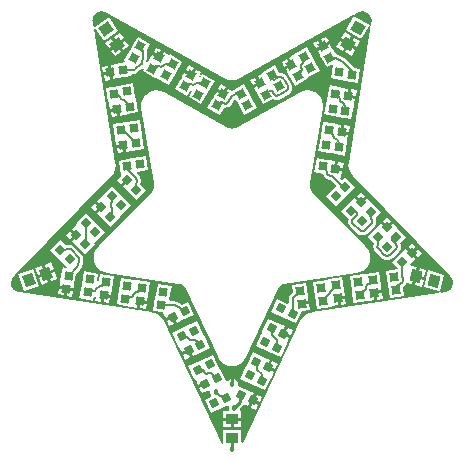
<source format=gtl>
G04*
G04 #@! TF.GenerationSoftware,Altium Limited,Altium Designer,22.10.1 (41)*
G04*
G04 Layer_Physical_Order=1*
G04 Layer_Color=255*
%FSLAX25Y25*%
%MOIN*%
G70*
G04*
G04 #@! TF.SameCoordinates,0AD24C9F-CA8A-4173-ACEB-545809BFA2C4*
G04*
G04*
G04 #@! TF.FilePolarity,Positive*
G04*
G01*
G75*
%ADD13C,0.01000*%
%ADD15P,0.03897X4X340.0*%
G04:AMPARAMS|DCode=16|XSize=39.37mil|YSize=35.43mil|CornerRadius=0mil|HoleSize=0mil|Usage=FLASHONLY|Rotation=290.000|XOffset=0mil|YOffset=0mil|HoleType=Round|Shape=Rectangle|*
%AMROTATEDRECTD16*
4,1,4,-0.02338,0.01244,0.00991,0.02456,0.02338,-0.01244,-0.00991,-0.02456,-0.02338,0.01244,0.0*
%
%ADD16ROTATEDRECTD16*%

%ADD17R,0.03937X0.03543*%
G04:AMPARAMS|DCode=18|XSize=39.37mil|YSize=35.43mil|CornerRadius=0mil|HoleSize=0mil|Usage=FLASHONLY|Rotation=75.000|XOffset=0mil|YOffset=0mil|HoleType=Round|Shape=Rectangle|*
%AMROTATEDRECTD18*
4,1,4,0.01202,-0.02360,-0.02221,-0.01443,-0.01202,0.02360,0.02221,0.01443,0.01202,-0.02360,0.0*
%
%ADD18ROTATEDRECTD18*%

G04:AMPARAMS|DCode=19|XSize=39.37mil|YSize=35.43mil|CornerRadius=0mil|HoleSize=0mil|Usage=FLASHONLY|Rotation=150.000|XOffset=0mil|YOffset=0mil|HoleType=Round|Shape=Rectangle|*
%AMROTATEDRECTD19*
4,1,4,0.02591,0.00550,0.00819,-0.02519,-0.02591,-0.00550,-0.00819,0.02519,0.02591,0.00550,0.0*
%
%ADD19ROTATEDRECTD19*%

G04:AMPARAMS|DCode=20|XSize=39.37mil|YSize=35.43mil|CornerRadius=0mil|HoleSize=0mil|Usage=FLASHONLY|Rotation=215.000|XOffset=0mil|YOffset=0mil|HoleType=Round|Shape=Rectangle|*
%AMROTATEDRECTD20*
4,1,4,0.00596,0.02580,0.02629,-0.00322,-0.00596,-0.02580,-0.02629,0.00322,0.00596,0.02580,0.0*
%
%ADD20ROTATEDRECTD20*%

%ADD21P,0.03897X4X110.0*%
%ADD22P,0.03897X4X53.0*%
%ADD23P,0.03897X4X180.0*%
%ADD24P,0.03897X4X125.0*%
%ADD25P,0.03897X4X254.0*%
%ADD26P,0.03897X4X195.0*%
%ADD27P,0.03897X4X325.0*%
%ADD28P,0.03897X4X270.0*%
%ADD29P,0.03897X4X395.0*%
%ADD45C,0.00600*%
%ADD46C,0.01800*%
G36*
X206246Y151097D02*
X206484Y151066D01*
X206710Y151034D01*
X206965Y150966D01*
X207194Y150900D01*
X207353Y150834D01*
X207411Y150810D01*
X207785Y150609D01*
X207828Y150586D01*
X207842Y150577D01*
X208051Y150417D01*
X208340Y150165D01*
X208580Y149882D01*
X208582Y149880D01*
X208760Y149626D01*
X208950Y149266D01*
X208974Y149207D01*
X209118Y148800D01*
X209176Y148444D01*
X209180Y148409D01*
X209186Y148326D01*
X209192Y148203D01*
X209195Y148088D01*
X209193Y147974D01*
X209193Y147930D01*
X209185Y147796D01*
X209172Y147655D01*
X209164Y147591D01*
X209163Y147583D01*
X209110Y147085D01*
X201550Y100638D01*
X201554Y100523D01*
X201456Y99784D01*
X201638Y98404D01*
X202171Y97118D01*
X202974Y96072D01*
X202984Y96082D01*
X202985Y96082D01*
X235189Y63006D01*
X235320Y62864D01*
X235428Y62741D01*
X235526Y62626D01*
X235632Y62498D01*
X235708Y62401D01*
X235722Y62383D01*
X235808Y62257D01*
X235847Y62199D01*
X235943Y62040D01*
X236055Y61830D01*
X236123Y61675D01*
X236253Y61362D01*
X236319Y60862D01*
X236323Y60623D01*
X236325Y60390D01*
X236297Y60143D01*
X236281Y60026D01*
X236157Y59556D01*
X236082Y59374D01*
X235875Y58940D01*
X235875Y58939D01*
X235721Y58739D01*
X235559Y58535D01*
X235233Y58219D01*
X235161Y58164D01*
X234923Y57994D01*
X234551Y57797D01*
X234536Y57790D01*
X234464Y57761D01*
X234324Y57711D01*
X234164Y57661D01*
X234048Y57630D01*
X233846Y57581D01*
X233795Y57572D01*
X233795Y57572D01*
X233305Y57469D01*
X232317Y57318D01*
X232039Y57717D01*
X232039Y57717D01*
X232007Y57808D01*
X232007Y57808D01*
X233488Y63335D01*
X228133Y64770D01*
X226597Y59035D01*
X231539Y57710D01*
X231553Y57707D01*
X231549Y57646D01*
X231549Y57646D01*
X231549Y57645D01*
D01*
X231474Y57189D01*
X189207Y50718D01*
X189118Y50686D01*
X188633Y50622D01*
X187350Y50090D01*
X186249Y49245D01*
X185403Y48143D01*
X185254Y47783D01*
X185214Y47728D01*
X166257Y7254D01*
X165769Y7363D01*
Y11622D01*
X159832D01*
Y6860D01*
X159332Y6749D01*
X140138Y47728D01*
X140097Y47783D01*
X139948Y48143D01*
X139103Y49245D01*
X138001Y50090D01*
X136718Y50622D01*
X136233Y50686D01*
X136144Y50718D01*
X91942Y57485D01*
X91592Y57557D01*
X91593Y57567D01*
X91580Y57570D01*
X91407Y57604D01*
X91282Y57636D01*
X91229Y57650D01*
X91125Y57680D01*
X90962Y57734D01*
X90876Y57766D01*
X90707Y57843D01*
X90339Y58049D01*
X89969Y58333D01*
X89790Y58546D01*
X89658Y58703D01*
X89613Y58761D01*
X89433Y59044D01*
X89289Y59327D01*
X89169Y59617D01*
X89103Y59776D01*
X89050Y60177D01*
X89022Y60476D01*
X89037Y60893D01*
X89073Y61163D01*
X89073Y61163D01*
X89073Y61163D01*
X89208Y61627D01*
X89223Y61663D01*
X89288Y61811D01*
X89447Y62114D01*
X89625Y62377D01*
X89640Y62397D01*
X89711Y62487D01*
X89816Y62616D01*
X89920Y62737D01*
X90015Y62845D01*
X90113Y62952D01*
X90205Y63049D01*
X122367Y96082D01*
X122367Y96082D01*
X122378Y96072D01*
X123181Y97118D01*
X123713Y98404D01*
X123895Y99784D01*
X123798Y100523D01*
X123802Y100638D01*
X116549Y145195D01*
X117024Y145388D01*
X119952Y141207D01*
X124815Y144612D01*
X121635Y149153D01*
X116946Y145869D01*
X116411Y146041D01*
X116235Y147123D01*
X116191Y147549D01*
X116193Y147551D01*
X116191Y147559D01*
X116183Y147626D01*
X116173Y147716D01*
X116163Y147857D01*
X116161Y147882D01*
X116156Y148013D01*
X116157Y148080D01*
X116158Y148183D01*
X116166Y148352D01*
X116182Y148503D01*
X116227Y148845D01*
X116360Y149167D01*
X116477Y149425D01*
X116700Y149789D01*
X116770Y149880D01*
X116913Y150051D01*
X117200Y150340D01*
X117457Y150537D01*
X117664Y150696D01*
X117835Y150767D01*
X118046Y150854D01*
X118114Y150879D01*
X118358Y150963D01*
X118606Y151020D01*
X118749Y151049D01*
X119213Y151102D01*
X119525Y151061D01*
X119694Y151032D01*
X119897Y150986D01*
X120076Y150935D01*
X120216Y150887D01*
X120257Y150872D01*
X120336Y150841D01*
X120381Y150823D01*
X120522Y150760D01*
X120661Y150695D01*
X120789Y150633D01*
X120906Y150574D01*
X121056Y150496D01*
X160113Y128859D01*
X160107Y128849D01*
X161301Y128354D01*
X162676Y128173D01*
X164050Y128354D01*
X165244Y128849D01*
Y128849D01*
X165249Y128866D01*
X202950Y149750D01*
X203313Y149380D01*
X203159Y149112D01*
X200618Y144712D01*
X205760Y141743D01*
X208531Y146544D01*
X203777Y149289D01*
X203469Y149466D01*
X203367Y149981D01*
X204261Y150477D01*
X204381Y150540D01*
X204500Y150602D01*
X204627Y150665D01*
X204761Y150729D01*
X204903Y150793D01*
X205021Y150844D01*
X205134Y150890D01*
X205332Y150951D01*
X205381Y150966D01*
X205570Y151014D01*
X205779Y151054D01*
X206173Y151106D01*
X206246Y151097D01*
D02*
G37*
%LPC*%
G36*
X200240Y144057D02*
X199104Y142090D01*
X201242Y140855D01*
X202378Y142823D01*
X200240Y144057D01*
D02*
G37*
G36*
X125248Y143993D02*
X123226Y142577D01*
X124529Y140716D01*
X126551Y142132D01*
X125248Y143993D01*
D02*
G37*
G36*
X193954Y142678D02*
X192311Y141768D01*
X193222Y140125D01*
X194864Y141036D01*
X193954Y142678D01*
D02*
G37*
G36*
X203244Y142323D02*
X202108Y140355D01*
X204246Y139121D01*
X205382Y141088D01*
X203244Y142323D01*
D02*
G37*
G36*
X191437Y141283D02*
X189794Y140373D01*
X190705Y138730D01*
X192347Y139640D01*
X191437Y141283D01*
D02*
G37*
G36*
X122407Y142004D02*
X120385Y140588D01*
X121688Y138727D01*
X123710Y140143D01*
X122407Y142004D01*
D02*
G37*
G36*
X127125Y141313D02*
X125103Y139897D01*
X126406Y138036D01*
X128428Y139452D01*
X127125Y141313D01*
D02*
G37*
G36*
X198604Y141224D02*
X197469Y139256D01*
X199606Y138022D01*
X200742Y139989D01*
X198604Y141224D01*
D02*
G37*
G36*
X187653Y139185D02*
X183493Y136880D01*
Y136880D01*
X183151Y136466D01*
X181711Y135668D01*
X182864Y133588D01*
X182427Y133346D01*
X182669Y132908D01*
X180590Y131755D01*
X181500Y130113D01*
X181500Y130113D01*
X183600Y126325D01*
X187759Y128631D01*
Y128631D01*
X188101Y129045D01*
X192058Y131238D01*
X189752Y135398D01*
X189752Y135398D01*
X187653Y139185D01*
D02*
G37*
G36*
X137459Y139011D02*
X136520Y137385D01*
X138146Y136446D01*
X139085Y138072D01*
X137459Y139011D01*
D02*
G37*
G36*
X201608Y139489D02*
X200472Y137522D01*
X202610Y136288D01*
X203746Y138255D01*
X201608Y139489D01*
D02*
G37*
G36*
X124284Y139324D02*
X122262Y137908D01*
X123565Y136047D01*
X125587Y137463D01*
X124284Y139324D01*
D02*
G37*
G36*
X131219Y142613D02*
X130212Y140870D01*
X130096Y140702D01*
X130084Y140647D01*
X128841Y138495D01*
X128841Y138495D01*
X126676Y134744D01*
X127065Y134520D01*
X126978Y134027D01*
X125829Y133825D01*
X125339Y133922D01*
X124832Y133821D01*
X124557Y133637D01*
X124085Y133517D01*
X124085Y133517D01*
X124085Y133517D01*
X122236Y133191D01*
X122649Y130849D01*
X123062Y128507D01*
X124492Y128760D01*
Y128760D01*
X129176Y129585D01*
X129122Y129892D01*
X129443Y130274D01*
X130118D01*
X130299Y130311D01*
X130484Y130326D01*
X130551Y130361D01*
X130625Y130375D01*
X130779Y130478D01*
X130943Y130563D01*
X131107Y130693D01*
X131107Y130693D01*
X132905Y132124D01*
X133291Y131792D01*
X132915Y131142D01*
X137034Y128764D01*
X137034Y128764D01*
X137476Y128844D01*
X141595Y126466D01*
X143973Y130585D01*
X143973Y130585D01*
X146138Y134335D01*
X142019Y136714D01*
X142019Y136714D01*
X141577Y136633D01*
X139951Y137572D01*
X138762Y135513D01*
X138329Y135763D01*
X138079Y135330D01*
X136020Y136519D01*
X135081Y134892D01*
X135081Y134892D01*
X134500Y133886D01*
X134029Y134071D01*
X134364Y135524D01*
X134368Y135652D01*
X134395Y135857D01*
X134429Y136119D01*
X134510Y136281D01*
X134486Y136337D01*
X134425Y136394D01*
Y136926D01*
X134441D01*
X134278Y138166D01*
X134221Y138302D01*
X135338Y140235D01*
X131219Y142613D01*
D02*
G37*
G36*
X180837Y135183D02*
X179194Y134273D01*
X180105Y132630D01*
X181747Y133540D01*
X180837Y135183D01*
D02*
G37*
G36*
X121251Y133017D02*
X119402Y132691D01*
X119728Y130842D01*
X121577Y131168D01*
X121251Y133017D01*
D02*
G37*
G36*
X148259Y133111D02*
X147320Y131485D01*
X148946Y130546D01*
X149885Y132172D01*
X148259Y133111D01*
D02*
G37*
G36*
X150751Y131672D02*
X149562Y129613D01*
X149129Y129863D01*
X148879Y129430D01*
X146820Y130619D01*
X146114Y129396D01*
X145881Y128992D01*
X145648Y128589D01*
X143715Y125242D01*
X147834Y122864D01*
X149002Y124888D01*
X149009Y124887D01*
X149293Y124378D01*
X148176Y122444D01*
X152295Y120066D01*
X154673Y124185D01*
X154673Y124185D01*
X156838Y127936D01*
X152719Y130314D01*
X151856Y128818D01*
X151849D01*
X151560Y129318D01*
X152377Y130733D01*
X150751Y131672D01*
D02*
G37*
G36*
X121751Y130183D02*
X119901Y129857D01*
X120227Y128008D01*
X122077Y128334D01*
X121751Y130183D01*
D02*
G37*
G36*
X195349Y140161D02*
X193269Y139008D01*
X191190Y137856D01*
X191875Y136620D01*
X192100Y136213D01*
X192325Y135806D01*
X194200Y132425D01*
X195947Y133394D01*
X196398Y133072D01*
X195652Y128845D01*
X200336Y128019D01*
Y128019D01*
X204601Y127267D01*
X205427Y131951D01*
X203469Y132296D01*
X201720Y134045D01*
X201379Y134411D01*
X201379Y134411D01*
X200039Y135510D01*
X198510Y136327D01*
X197265Y136705D01*
X196279Y138484D01*
X196054Y138891D01*
X195828Y139297D01*
X195349Y140161D01*
D02*
G37*
G36*
X170337Y128983D02*
X168694Y128073D01*
X169605Y126430D01*
X171247Y127340D01*
X170337Y128983D01*
D02*
G37*
G36*
X187899Y124797D02*
X187413Y124733D01*
X187154Y124699D01*
X187144Y124701D01*
X186925Y124669D01*
X186925Y124669D01*
X186610Y124627D01*
X186579Y124615D01*
X186579Y124615D01*
X186385Y124541D01*
X186203Y124475D01*
X186152Y124455D01*
X186089Y124434D01*
X185987Y124393D01*
X185984Y124391D01*
X185980Y124390D01*
X185888Y124351D01*
X185887Y124350D01*
X185887Y124350D01*
X185819Y124318D01*
X185800Y124310D01*
X185800Y124310D01*
X185446Y124145D01*
X185019Y123896D01*
X164038Y112297D01*
X164033Y112307D01*
X163403Y112046D01*
X162676Y111951D01*
X161948Y112046D01*
X161319Y112307D01*
X161314Y112297D01*
X139947Y124109D01*
X139910Y124129D01*
X139905Y124146D01*
X139560Y124306D01*
X139522Y124323D01*
X139473Y124346D01*
X139462Y124351D01*
X139389Y124382D01*
X139377Y124388D01*
X139361Y124393D01*
X139271Y124430D01*
X139211Y124451D01*
X139157Y124472D01*
X138866Y124579D01*
X138791Y124607D01*
X138791Y124607D01*
X138742Y124627D01*
X138730Y124629D01*
X138730Y124629D01*
X138622Y124643D01*
X137453Y124797D01*
X137429Y124794D01*
X137078Y124750D01*
X137052Y124755D01*
X137006Y124746D01*
X136804Y124716D01*
X136729Y124707D01*
X136728Y124707D01*
X136520Y124674D01*
X136157Y124626D01*
X136157Y124626D01*
X136138Y124618D01*
X136137Y124618D01*
X135715Y124462D01*
X135663Y124427D01*
X135321Y124280D01*
X134918Y124113D01*
X134205Y123566D01*
X133845Y123290D01*
X133838Y123281D01*
X133820Y123258D01*
X133603Y122990D01*
X133598Y122983D01*
X133594Y122977D01*
X133470Y122810D01*
X133413Y122739D01*
X133354Y122655D01*
X133064Y122272D01*
X133064D01*
X133036Y122232D01*
X133011Y122173D01*
X133011Y122173D01*
X132869Y121829D01*
X132539Y121034D01*
X132489Y120656D01*
X132463Y120463D01*
X132462Y120459D01*
X132462Y120458D01*
X132431Y120300D01*
X132431Y120300D01*
X132416Y120152D01*
X132405Y120075D01*
X132405Y120074D01*
X132404Y120069D01*
X132374Y119784D01*
X132368Y119741D01*
X132368Y119737D01*
X132369Y119726D01*
X132382Y119624D01*
X132410Y119335D01*
X132413Y119320D01*
X132420Y119249D01*
X132425Y119217D01*
X132431Y119162D01*
X132462Y119007D01*
X132459Y118894D01*
X136562Y93740D01*
X136616Y93242D01*
X136616Y93242D01*
X136670Y92754D01*
X136579Y92065D01*
X136298Y91387D01*
X135873Y90833D01*
X135879Y90827D01*
X118206Y72713D01*
X118022Y72525D01*
X118000Y72525D01*
X117775Y72248D01*
X117769Y72238D01*
X117706Y72161D01*
X117680Y72122D01*
X117634Y72065D01*
X117498Y71876D01*
X117384Y71724D01*
X117301Y71613D01*
X117300Y71613D01*
X117222Y71511D01*
X117216Y71502D01*
X117163Y71374D01*
X117118Y71267D01*
X117116Y71262D01*
X116737Y70346D01*
X116737Y70346D01*
X116737D01*
X116718Y70301D01*
X116709Y70226D01*
X116709Y70226D01*
X116644Y69739D01*
X116612Y69576D01*
X116612Y69576D01*
X116594Y69374D01*
X116577Y69250D01*
X116577Y69250D01*
X116577Y69250D01*
X116575Y69211D01*
X116547Y69001D01*
X116559Y68914D01*
X116559Y68912D01*
X116591Y68582D01*
X116614Y68465D01*
X116623Y68422D01*
X116722Y67671D01*
X116970Y67073D01*
X116970Y67073D01*
X116990Y66968D01*
X116996Y66960D01*
X117002Y66950D01*
X117209Y66495D01*
X117238Y66424D01*
X117291Y66356D01*
X117554Y66013D01*
X117565Y65999D01*
X117629Y65904D01*
X117663Y65854D01*
X117663Y65854D01*
X117760Y65738D01*
X117860Y65605D01*
X117860Y65605D01*
X117927Y65527D01*
X118046Y65373D01*
X118089Y65340D01*
X118089Y65340D01*
X118140Y65301D01*
X119046Y64606D01*
X119046Y64606D01*
X119077Y64582D01*
X119263Y64500D01*
X119499Y64396D01*
X119535Y64372D01*
X119664Y64319D01*
X119732Y64288D01*
X119732Y64288D01*
X119825Y64255D01*
X119885Y64231D01*
X120253Y64094D01*
X120295Y64077D01*
X120303Y64076D01*
X120390Y64064D01*
X120394Y64063D01*
X120868Y63980D01*
X121133Y63940D01*
X144732Y60334D01*
X145218Y60232D01*
D01*
X145692Y60122D01*
X146202Y59911D01*
X146785Y59464D01*
X147231Y58882D01*
X147322Y58662D01*
X147346Y58672D01*
X157966Y36046D01*
X158067Y35831D01*
X158125Y35706D01*
X158269Y35392D01*
X158270Y35392D01*
X158272Y35387D01*
X158285Y35356D01*
X158291Y35349D01*
X158337Y35288D01*
X158415Y35187D01*
X158420Y35181D01*
X158420Y35181D01*
X158431Y35166D01*
X158575Y34973D01*
X158711Y34785D01*
X158711Y34784D01*
X158735Y34756D01*
X158800Y34667D01*
X158801Y34665D01*
X158874Y34590D01*
X158875Y34588D01*
X158919Y34522D01*
X158932Y34513D01*
X159092Y34305D01*
X159958Y33641D01*
X159958Y33641D01*
X159958Y33641D01*
X160120Y33516D01*
X160260Y33459D01*
X160260Y33459D01*
X160430Y33380D01*
X160446Y33370D01*
X160546Y33324D01*
X160709Y33250D01*
X160714Y33247D01*
X160720Y33245D01*
X160981Y33147D01*
X160981Y33147D01*
X161120Y33102D01*
X161338Y33012D01*
X161342Y33011D01*
X161436Y32999D01*
X161534Y32986D01*
X162676Y32836D01*
X163221Y32907D01*
X163256Y32900D01*
X163415Y32932D01*
X163905Y32997D01*
X163916Y32999D01*
X164009Y33011D01*
X164013Y33012D01*
X164230Y33102D01*
X164370Y33147D01*
X164370Y33147D01*
X164371Y33147D01*
X164543Y33212D01*
X164632Y33245D01*
X164632Y33245D01*
X164637Y33247D01*
X164643Y33250D01*
X164913Y33374D01*
X164990Y33416D01*
X165232Y33517D01*
X166233Y34286D01*
X166234Y34286D01*
X166259Y34305D01*
X166272Y34323D01*
X166358Y34434D01*
X166420Y34508D01*
X166421Y34509D01*
X166422Y34511D01*
X166539Y34650D01*
X166539Y34651D01*
X166600Y34734D01*
X166629Y34769D01*
X166629Y34769D01*
X166827Y35045D01*
X166999Y35269D01*
X166999Y35269D01*
X167066Y35356D01*
X167067Y35357D01*
X167067Y35357D01*
X167071Y35368D01*
X167072Y35369D01*
X167187Y35620D01*
X167187Y35620D01*
X167229Y35710D01*
X167274Y35808D01*
X167374Y36022D01*
X178006Y58672D01*
X178029Y58662D01*
X178120Y58882D01*
X178567Y59464D01*
X179149Y59911D01*
X179827Y60191D01*
X180133Y60232D01*
X180129Y60259D01*
X180129Y60259D01*
X204100Y63922D01*
X204483Y63980D01*
X204943Y64061D01*
X205025Y64072D01*
X205057Y64077D01*
X205086Y64089D01*
X205454Y64227D01*
X205458Y64228D01*
X205506Y64247D01*
X205610Y64284D01*
X205611Y64284D01*
X205686Y64319D01*
X205808Y64368D01*
X205842Y64391D01*
X206274Y64582D01*
X206756Y64952D01*
X206785Y64971D01*
X206785Y64971D01*
X206908Y65053D01*
X206908Y65053D01*
X207271Y65347D01*
X207306Y65373D01*
X207417Y65518D01*
X207491Y65605D01*
X207500Y65618D01*
X207584Y65730D01*
X207688Y65854D01*
X207689Y65856D01*
X207786Y65999D01*
X208060Y66356D01*
X208061Y66356D01*
X208061Y66356D01*
X208113Y66424D01*
X208266Y66795D01*
X208266Y66795D01*
X208269Y66801D01*
X208629Y67671D01*
X208648Y67812D01*
X208689Y68126D01*
X208728Y68422D01*
X208760Y68582D01*
X208792Y68910D01*
X208798Y68957D01*
X208804Y69001D01*
X208777Y69211D01*
X208774Y69250D01*
X208774Y69250D01*
X208772Y69262D01*
X208758Y69368D01*
X208741Y69561D01*
X208739Y69585D01*
X208723Y69661D01*
X208706Y69749D01*
X208641Y70238D01*
X208633Y70300D01*
X208425Y70802D01*
X208404Y70910D01*
X208403Y70910D01*
X208403Y70910D01*
X208340Y71044D01*
X208193Y71363D01*
X208135Y71503D01*
X208128Y71512D01*
X208056Y71606D01*
X208026Y71645D01*
X207866Y71859D01*
X207723Y72057D01*
X207679Y72112D01*
X207655Y72148D01*
X207651Y72153D01*
X207590Y72230D01*
X207582Y72241D01*
X207352Y72524D01*
X206996Y72867D01*
X189478Y90820D01*
X189479Y90833D01*
X189479Y90833D01*
X189479Y90833D01*
X189053Y91387D01*
X188772Y92065D01*
X188681Y92754D01*
X188735Y93242D01*
Y93242D01*
X188789Y93740D01*
X192892Y118894D01*
X192889Y119000D01*
X192919Y119152D01*
X192925Y119213D01*
X192931Y119239D01*
X192938Y119314D01*
X192940Y119326D01*
X192967Y119612D01*
X192983Y119731D01*
X192983Y119736D01*
X192979Y119772D01*
X192948Y120065D01*
X192925Y120179D01*
X192813Y121033D01*
X192647Y121434D01*
X192513Y121756D01*
X192497Y121835D01*
X192497Y121835D01*
X192390Y122058D01*
X192338Y122179D01*
X192315Y122235D01*
X192310Y122241D01*
X192288Y122270D01*
X192287Y122271D01*
X192217Y122362D01*
X192039Y122597D01*
X191939Y122739D01*
X191814Y122892D01*
X191754Y122983D01*
X191733Y122997D01*
X191512Y123282D01*
X191505Y123291D01*
X190433Y124114D01*
X190014Y124296D01*
X189974Y124323D01*
X189811Y124385D01*
X189636Y124462D01*
X189214Y124618D01*
X189214Y124618D01*
X189194Y124626D01*
X189109Y124637D01*
X188837Y124673D01*
X188832Y124674D01*
X188623Y124707D01*
X188607Y124704D01*
X188348Y124738D01*
X187899Y124797D01*
D02*
G37*
G36*
X166552Y126885D02*
X162524Y124653D01*
X161451Y125272D01*
X160262Y123213D01*
X159829Y123463D01*
X159579Y123030D01*
X157520Y124219D01*
X156831Y123025D01*
X156581Y122592D01*
X156331Y122159D01*
X154415Y118842D01*
X158534Y116464D01*
X159999Y119002D01*
X160333Y118958D01*
X161012Y119047D01*
X161645Y119309D01*
X162188Y119726D01*
X162580Y120238D01*
X162608Y120269D01*
X163426Y121685D01*
X164000Y121680D01*
X164699Y120420D01*
X164699Y120420D01*
X166798Y116632D01*
X170958Y118938D01*
X168652Y123098D01*
X168652Y123098D01*
X166552Y126885D01*
D02*
G37*
G36*
X158959Y126711D02*
X158020Y125085D01*
X159646Y124146D01*
X160585Y125772D01*
X158959Y126711D01*
D02*
G37*
G36*
X202326Y125182D02*
X202000Y123332D01*
X203850Y123006D01*
X204176Y124856D01*
X202326Y125182D01*
D02*
G37*
G36*
X177052Y133085D02*
X173010Y130844D01*
X172893Y130780D01*
Y130780D01*
X172854Y130378D01*
X171211Y129468D01*
X172364Y127388D01*
X171927Y127146D01*
X172169Y126708D01*
X170090Y125556D01*
X171000Y123913D01*
X171000Y123913D01*
X173100Y120125D01*
X176361Y121933D01*
X176377Y121921D01*
X177009Y121659D01*
X177688Y121569D01*
X178367Y121659D01*
X178866Y121865D01*
X178962Y121896D01*
X181366Y123229D01*
X181368Y123230D01*
X181369Y123230D01*
X181370Y123231D01*
X181391Y123249D01*
X181410Y123257D01*
X181953Y123673D01*
X182369Y124217D01*
X182632Y124849D01*
X182721Y125528D01*
X182632Y126207D01*
X182421Y126714D01*
X182392Y126805D01*
X181062Y129205D01*
X181042Y129228D01*
X181033Y129249D01*
X180617Y129793D01*
X180073Y130209D01*
X179441Y130471D01*
X178762Y130561D01*
X178473Y130523D01*
X177052Y133085D01*
D02*
G37*
G36*
X129601Y127174D02*
X124917Y126348D01*
Y126348D01*
X120652Y125596D01*
X121478Y120912D01*
X121512Y120918D01*
X121701Y120491D01*
X121788Y119999D01*
X122028Y118642D01*
X124369Y119055D01*
X124456Y118562D01*
X124949Y118649D01*
X125362Y116307D01*
X126719Y116547D01*
X127211Y116633D01*
X127703Y116720D01*
X131476Y117385D01*
X130650Y122069D01*
X130616Y122063D01*
X130419Y122536D01*
X129601Y127174D01*
D02*
G37*
G36*
X124051Y117983D02*
X122201Y117657D01*
X122527Y115808D01*
X124377Y116134D01*
X124051Y117983D01*
D02*
G37*
G36*
X195227Y126434D02*
X194425Y121883D01*
X194278Y121429D01*
X194278Y121429D01*
X194278D01*
X193452Y116745D01*
X198136Y115919D01*
Y115919D01*
X202401Y115167D01*
X203199Y119691D01*
X203350Y120172D01*
X203350D01*
X203350Y120172D01*
X203676Y122021D01*
X201334Y122434D01*
X201421Y122927D01*
X200928Y123014D01*
X201341Y125355D01*
X199492Y125681D01*
Y125681D01*
X198757Y125811D01*
X198635Y125858D01*
X198504Y125856D01*
X195227Y126434D01*
D02*
G37*
G36*
X200126Y113082D02*
X199800Y111232D01*
X201649Y110906D01*
X201976Y112756D01*
X200126Y113082D01*
D02*
G37*
G36*
X131901Y114974D02*
X127217Y114148D01*
Y114148D01*
X122952Y113396D01*
X123744Y108906D01*
X123701Y108391D01*
X123701Y108391D01*
X123702Y108391D01*
X124028Y106542D01*
X126369Y106955D01*
X126456Y106462D01*
X126949Y106549D01*
X127362Y104207D01*
X129211Y104533D01*
Y104533D01*
X133476Y105285D01*
X132684Y109775D01*
X132727Y110290D01*
X132727Y110290D01*
X132727Y110290D01*
X131901Y114974D01*
D02*
G37*
G36*
X126051Y105883D02*
X124201Y105557D01*
X124527Y103708D01*
X126377Y104034D01*
X126051Y105883D01*
D02*
G37*
G36*
X193027Y114333D02*
X192212Y109709D01*
X192201Y109650D01*
X192201D01*
X192178Y109229D01*
X192178D01*
X191352Y104545D01*
X195151Y103875D01*
X195617Y103793D01*
X196083Y103711D01*
X200301Y102967D01*
X201116Y107591D01*
X201127Y107651D01*
X201127D01*
X201150Y108072D01*
X201150D01*
X201476Y109921D01*
X199134Y110334D01*
X199221Y110827D01*
X198729Y110914D01*
X199141Y113255D01*
X197292Y113582D01*
Y113582D01*
X196557Y113711D01*
X196435Y113759D01*
X196304Y113756D01*
X193027Y114333D01*
D02*
G37*
G36*
X198026Y100882D02*
X197700Y99032D01*
X199549Y98706D01*
X199876Y100556D01*
X198026Y100882D01*
D02*
G37*
G36*
X133901Y102874D02*
X129218Y102048D01*
Y102048D01*
X124952Y101296D01*
X125778Y96612D01*
X125778Y96612D01*
X125778D01*
X125697Y96148D01*
X124283Y94734D01*
X125611Y93406D01*
X127293Y95087D01*
X128000Y94380D01*
X126318Y92699D01*
X127646Y91371D01*
X127646Y91371D01*
X130708Y88309D01*
X134071Y91672D01*
X132139Y93604D01*
X132178Y94343D01*
X132172Y94388D01*
X132217Y94734D01*
X132128Y95412D01*
X131866Y96045D01*
X131470Y96561D01*
X131449Y96593D01*
X130965Y97076D01*
X131115Y97553D01*
X134727Y98190D01*
X133901Y102874D01*
D02*
G37*
G36*
X205534Y90817D02*
X204206Y89489D01*
X205534Y88161D01*
X206862Y89489D01*
X205534Y90817D01*
D02*
G37*
G36*
X190927Y102134D02*
X190101Y97450D01*
X192977Y96943D01*
X192991Y96830D01*
X193254Y96198D01*
X193670Y95655D01*
X194213Y95238D01*
X194846Y94976D01*
X194983Y94958D01*
X195074Y94923D01*
X195516Y94845D01*
X197444Y92916D01*
X194014Y89486D01*
X197377Y86123D01*
X200439Y89186D01*
X203802Y92549D01*
X200439Y95911D01*
X199319Y94791D01*
X198651Y95458D01*
X198882Y95902D01*
X199050Y95872D01*
X199376Y97721D01*
X197034Y98134D01*
X197121Y98627D01*
X196628Y98714D01*
X197041Y101055D01*
X195192Y101382D01*
Y101382D01*
X194457Y101511D01*
X194335Y101558D01*
X194204Y101556D01*
X190927Y102134D01*
D02*
G37*
G36*
X117011Y87062D02*
X115683Y85734D01*
X117011Y84406D01*
X118339Y85734D01*
X117011Y87062D01*
D02*
G37*
G36*
X214234Y82417D02*
X212906Y81089D01*
X214234Y79761D01*
X215562Y81089D01*
X214234Y82417D01*
D02*
G37*
G36*
X122552Y93002D02*
X119189Y89639D01*
X119362Y89466D01*
X119046Y89097D01*
X117718Y87769D01*
X119400Y86087D01*
X119046Y85734D01*
X119400Y85380D01*
X117718Y83699D01*
X119046Y82371D01*
X119046Y82371D01*
X122108Y79309D01*
X125471Y82671D01*
X125298Y82845D01*
X125614Y83214D01*
X128977Y86577D01*
X125614Y89940D01*
X125614Y89940D01*
X122552Y93002D01*
D02*
G37*
G36*
X203499Y88782D02*
X202171Y87454D01*
X202171Y87454D01*
X199109Y84392D01*
X201565Y81936D01*
X201503Y81625D01*
Y80548D01*
X201604Y80040D01*
X201891Y79610D01*
X204601Y76900D01*
X205031Y76613D01*
X205539Y76512D01*
X206615D01*
X207123Y76613D01*
X207553Y76900D01*
X210263Y79610D01*
X210550Y80041D01*
X210651Y80548D01*
Y81625D01*
X210550Y82132D01*
X210524Y82171D01*
X212502Y84149D01*
X209139Y87511D01*
X209139Y87511D01*
X209139D01*
X208698Y87653D01*
X207569Y88782D01*
X205887Y87100D01*
X205534Y87454D01*
X205180Y87100D01*
X203499Y88782D01*
D02*
G37*
G36*
X108511Y77962D02*
X107183Y76634D01*
X108511Y75306D01*
X109839Y76634D01*
X108511Y77962D01*
D02*
G37*
G36*
X222534Y74017D02*
X221206Y72689D01*
X222534Y71361D01*
X223862Y72689D01*
X222534Y74017D01*
D02*
G37*
G36*
X113952Y84002D02*
X110589Y80639D01*
X110862Y80366D01*
X110546Y79997D01*
X109218Y78669D01*
X110900Y76987D01*
X110546Y76634D01*
X110900Y76280D01*
X109218Y74599D01*
X110546Y73271D01*
X110546Y73271D01*
X113608Y70209D01*
X116971Y73571D01*
X116698Y73845D01*
X117014Y74214D01*
X120377Y77577D01*
X117014Y80940D01*
X117014Y80940D01*
X113952Y84002D01*
D02*
G37*
G36*
X224569Y71982D02*
X223241Y70654D01*
X224569Y69326D01*
X225897Y70654D01*
X224569Y71982D01*
D02*
G37*
G36*
X212199Y80382D02*
X210871Y79054D01*
X210871Y79054D01*
X207809Y75992D01*
X209977Y73823D01*
X209957Y73634D01*
X209911Y73524D01*
X209933Y73470D01*
X209933Y73470D01*
X209928Y73445D01*
X209895Y73365D01*
X209806Y72686D01*
X209895Y72007D01*
X210157Y71375D01*
X210553Y70859D01*
X210574Y70827D01*
X212517Y68884D01*
X212549Y68863D01*
X213066Y68466D01*
X213698Y68204D01*
X214377Y68115D01*
X215056Y68204D01*
X215688Y68466D01*
X216204Y68862D01*
X216236Y68884D01*
X218179Y70827D01*
X218201Y70859D01*
X218597Y71375D01*
X218859Y72007D01*
X218948Y72686D01*
X218859Y73365D01*
X218730Y73676D01*
X220802Y75748D01*
X217547Y79004D01*
X217597Y79054D01*
X216269Y80382D01*
X214587Y78700D01*
X214234Y79054D01*
X213880Y78700D01*
X212199Y80382D01*
D02*
G37*
G36*
X105452Y74902D02*
X102089Y71539D01*
X105151Y68477D01*
X107701Y65927D01*
X107470Y65484D01*
X106250Y65699D01*
X105498Y61434D01*
X105498D01*
X105172Y59584D01*
X107514Y59171D01*
X109855Y58759D01*
X110108Y60189D01*
X110108D01*
X110709Y63600D01*
X112069Y64960D01*
X112080Y64948D01*
X112406Y65436D01*
X112550Y65652D01*
X112550Y65652D01*
X112637Y65991D01*
X112758Y66323D01*
X112819Y66602D01*
X112843Y66661D01*
X112934Y67352D01*
X112987Y67431D01*
X113088Y67939D01*
Y69015D01*
X112987Y69523D01*
X112700Y69953D01*
X109831Y72821D01*
X109401Y73109D01*
X108894Y73209D01*
X107321D01*
X107174Y73180D01*
X105452Y74902D01*
D02*
G37*
G36*
X102349Y67415D02*
X100214Y66638D01*
X101058Y64318D01*
X103193Y65095D01*
X102349Y67415D01*
D02*
G37*
G36*
X211589Y64183D02*
X206880Y63521D01*
X206880Y63521D01*
X206390Y63414D01*
X201904Y62783D01*
X202566Y58074D01*
X202566D01*
X203169Y53785D01*
X207878Y54447D01*
X207878Y54447D01*
X208368Y54554D01*
X210004Y54784D01*
X209673Y57139D01*
X210168Y57209D01*
X210099Y57704D01*
X212453Y58035D01*
X212192Y59895D01*
X212192D01*
X211589Y64183D01*
D02*
G37*
G36*
X99274Y66296D02*
X97140Y65519D01*
X97984Y63199D01*
X100119Y63976D01*
X99274Y66296D01*
D02*
G37*
G36*
X225209Y65553D02*
X224570Y63169D01*
X226764Y62581D01*
X227403Y64965D01*
X225209Y65553D01*
D02*
G37*
G36*
X199479Y62442D02*
X194769Y61780D01*
X194769Y61780D01*
X194286Y61627D01*
X189704Y60983D01*
X190366Y56274D01*
X190366D01*
X190969Y51985D01*
X195585Y52634D01*
X195678Y52647D01*
X195678Y52647D01*
X196034Y52782D01*
Y52782D01*
X197894Y53044D01*
X197563Y55398D01*
X198058Y55468D01*
X197988Y55963D01*
X200343Y56294D01*
X200082Y58154D01*
X200082D01*
X199479Y62442D01*
D02*
G37*
G36*
X103535Y64155D02*
X101400Y63378D01*
X102245Y61059D01*
X104379Y61836D01*
X103535Y64155D01*
D02*
G37*
G36*
X220499Y71982D02*
X219171Y70654D01*
X219171Y70654D01*
X216109Y67592D01*
X218071Y65629D01*
X218051Y65091D01*
X214014Y64524D01*
X214676Y59814D01*
X214676D01*
X215279Y55526D01*
X219988Y56188D01*
X219584Y59069D01*
X220111Y59473D01*
X220527Y60016D01*
X220768Y60597D01*
X222706Y60077D01*
X223475Y62945D01*
X224243Y65812D01*
X222286Y66336D01*
X222118Y66875D01*
X222834Y67592D01*
X222834Y67592D01*
X223862Y68619D01*
X222180Y70300D01*
X220499Y71982D01*
D02*
G37*
G36*
X100461Y63036D02*
X98326Y62259D01*
X99171Y59940D01*
X101305Y60717D01*
X100461Y63036D01*
D02*
G37*
G36*
X224311Y62203D02*
X223672Y59818D01*
X225867Y59231D01*
X226505Y61615D01*
X224311Y62203D01*
D02*
G37*
G36*
X96430Y65260D02*
X91220Y63364D01*
X93251Y57785D01*
X98460Y59681D01*
X96430Y65260D01*
D02*
G37*
G36*
X113345Y64448D02*
X112519Y59764D01*
X112519Y59764D01*
X111767Y55499D01*
X116451Y54673D01*
X116706Y56120D01*
X116857Y56172D01*
X117299Y55797D01*
X117098Y54657D01*
X118947Y54331D01*
X119360Y56673D01*
X119853Y56586D01*
X119939Y57079D01*
X122281Y56666D01*
X122608Y58515D01*
X122607D01*
X123360Y62780D01*
X118676Y63606D01*
X118232Y61091D01*
X118080Y61034D01*
X117637Y61401D01*
X118029Y63622D01*
X113345Y64448D01*
D02*
G37*
G36*
X104998Y58600D02*
X104672Y56750D01*
X106521Y56424D01*
X106848Y58274D01*
X104998Y58600D01*
D02*
G37*
G36*
X107832Y58100D02*
X107506Y56251D01*
X109356Y55924D01*
X109682Y57774D01*
X107832Y58100D01*
D02*
G37*
G36*
X212593Y57045D02*
X210733Y56783D01*
X210994Y54923D01*
X212854Y55185D01*
X212593Y57045D01*
D02*
G37*
G36*
X125771Y62355D02*
X125019Y58090D01*
X124193Y53406D01*
X128720Y52608D01*
X128877Y52580D01*
D01*
X129193Y52606D01*
X129193Y52606D01*
X131043Y52280D01*
X131456Y54622D01*
X131948Y54535D01*
X132035Y55028D01*
X134377Y54615D01*
X134703Y56464D01*
X134703D01*
X135455Y60729D01*
X130928Y61527D01*
X130771Y61555D01*
D01*
X130455Y61529D01*
X130455Y61529D01*
X125771Y62355D01*
D02*
G37*
G36*
X120258Y56007D02*
X119932Y54158D01*
X121782Y53831D01*
X122108Y55681D01*
X120258Y56007D01*
D02*
G37*
G36*
X187279Y60642D02*
X182569Y59980D01*
X182919Y57495D01*
X181914Y56490D01*
X181626Y56060D01*
X181526Y55552D01*
Y53902D01*
X181104Y53633D01*
X177776Y55185D01*
X175766Y50875D01*
X180076Y48865D01*
X180076Y48865D01*
X184001Y47035D01*
X185983Y51284D01*
X188544Y51644D01*
X188282Y53504D01*
X185927Y53173D01*
X185788Y54163D01*
X188143Y54494D01*
X187882Y56354D01*
X187882D01*
X187279Y60642D01*
D02*
G37*
G36*
X200482Y55304D02*
X198623Y55042D01*
X198884Y53183D01*
X200744Y53444D01*
X200482Y55304D01*
D02*
G37*
G36*
X132354Y53956D02*
X132027Y52106D01*
X133877Y51780D01*
X134203Y53630D01*
X132354Y53956D01*
D02*
G37*
G36*
X137866Y60304D02*
X137197Y56505D01*
X137114Y56039D01*
X137114D01*
X136288Y51355D01*
X139711Y50752D01*
X139758Y50398D01*
X139969Y49945D01*
X140551Y48696D01*
X142706Y49701D01*
X142918Y49248D01*
X143371Y49459D01*
X144376Y47304D01*
X146078Y48098D01*
X146078Y48098D01*
X150003Y49928D01*
X147993Y54238D01*
X146061Y53338D01*
X144913Y53951D01*
X143248Y54456D01*
X142130Y54566D01*
X142126Y54569D01*
X141779Y55103D01*
X142550Y59478D01*
X137866Y60304D01*
D02*
G37*
G36*
X142676Y48583D02*
X140974Y47790D01*
X141767Y46088D01*
X143469Y46881D01*
X142676Y48583D01*
D02*
G37*
G36*
X174731Y48656D02*
X172767Y44444D01*
X172721Y44345D01*
X172721D01*
X172676Y43985D01*
X172466Y43536D01*
X170666Y39675D01*
X174976Y37665D01*
X174976Y37665D01*
X178901Y35835D01*
X180911Y40145D01*
X180911Y40145D01*
X181022Y40645D01*
X181750Y42207D01*
X179595Y43212D01*
X179806Y43665D01*
X179353Y43877D01*
X180358Y46032D01*
X178656Y46825D01*
Y46825D01*
X174731Y48656D01*
D02*
G37*
G36*
X181264Y45609D02*
X180471Y43907D01*
X182173Y43113D01*
X182966Y44815D01*
X181264Y45609D01*
D02*
G37*
G36*
X151038Y47709D02*
X146727Y45699D01*
X146727Y45699D01*
X142802Y43868D01*
X144812Y39558D01*
X144812Y39558D01*
X145117Y39149D01*
X145864Y37548D01*
X148019Y38553D01*
X148230Y38100D01*
X148683Y38311D01*
X149688Y36156D01*
X151390Y36949D01*
Y36949D01*
X155315Y38780D01*
X153305Y43090D01*
X153305Y43090D01*
X153000Y43499D01*
X151038Y47709D01*
D02*
G37*
G36*
X147988Y37435D02*
X146286Y36641D01*
X147080Y34939D01*
X148782Y35733D01*
X147988Y37435D01*
D02*
G37*
G36*
X169631Y37456D02*
X167707Y33329D01*
X167476Y32885D01*
X167476D01*
X167476Y32885D01*
X165466Y28575D01*
X169776Y26565D01*
X169776Y26565D01*
X173701Y24735D01*
X175629Y28869D01*
X175856Y29305D01*
X175856Y29305D01*
X175856Y29305D01*
X176650Y31007D01*
X174495Y32012D01*
X174706Y32465D01*
X174253Y32677D01*
X175258Y34832D01*
X173556Y35625D01*
Y35625D01*
X169631Y37456D01*
D02*
G37*
G36*
X176164Y34409D02*
X175371Y32707D01*
X177073Y31913D01*
X177866Y33615D01*
X176164Y34409D01*
D02*
G37*
G36*
X170964Y23309D02*
X170171Y21607D01*
X171873Y20813D01*
X172666Y22515D01*
X170964Y23309D01*
D02*
G37*
G36*
X156350Y36560D02*
X152040Y34550D01*
X152040Y34550D01*
X148115Y32720D01*
X150125Y28410D01*
X150285Y28484D01*
X150572Y28067D01*
X151351Y26396D01*
X153506Y27401D01*
X153929Y26495D01*
X151774Y25490D01*
X152567Y23788D01*
X154877Y24865D01*
X155300Y24510D01*
Y23922D01*
X155589Y23224D01*
X155778Y23035D01*
X155691Y22543D01*
X153602Y21568D01*
X155612Y17258D01*
X159923Y19268D01*
X159923Y19268D01*
X161326Y19922D01*
X161713Y19551D01*
X161600Y19278D01*
Y18522D01*
X161677Y18337D01*
X161399Y17921D01*
X159832D01*
Y15650D01*
X165769D01*
Y17921D01*
X165601D01*
X165323Y18337D01*
X165400Y18522D01*
Y18637D01*
X166460Y19697D01*
X166697Y20051D01*
X166731Y20035D01*
Y20035D01*
X168048Y19421D01*
X169053Y21577D01*
X170058Y23732D01*
X168356Y24525D01*
Y24525D01*
X164668Y26245D01*
X164700Y26322D01*
Y27078D01*
X164411Y27776D01*
X163876Y28311D01*
X163300Y28549D01*
Y26700D01*
X162300D01*
Y28549D01*
X161724Y28311D01*
X161255Y27842D01*
X160902Y27832D01*
X160688Y27873D01*
X160643Y27970D01*
X158793Y31938D01*
X158633Y31864D01*
X158360Y32250D01*
X158149Y32703D01*
X156350Y36560D01*
D02*
G37*
G36*
X169748Y20701D02*
X168954Y18999D01*
X170656Y18205D01*
X171450Y19907D01*
X169748Y20701D01*
D02*
G37*
G36*
X165769Y14650D02*
X163300D01*
Y12378D01*
X165769D01*
Y14650D01*
D02*
G37*
G36*
X162300D02*
X159832D01*
Y12378D01*
X162300D01*
Y14650D01*
D02*
G37*
%LPD*%
D13*
X163500Y18900D02*
X165379Y20779D01*
Y22993D02*
X165581Y23196D01*
X165379Y20779D02*
Y22993D01*
X162800Y5200D02*
Y8850D01*
X162700Y5100D02*
X162800Y5200D01*
D15*
X157643Y28778D02*
D03*
X160687Y22249D02*
D03*
X156762Y20418D02*
D03*
X153718Y26948D02*
D03*
X146843Y51078D02*
D03*
X149887Y44548D02*
D03*
X145962Y42718D02*
D03*
X142918Y49248D02*
D03*
X152155Y39930D02*
D03*
X155200Y33400D02*
D03*
X151275Y31570D02*
D03*
X148230Y38100D02*
D03*
D16*
X94840Y61523D02*
D03*
X100760Y63677D02*
D03*
D17*
X162800Y8850D02*
D03*
X162800Y15150D02*
D03*
D18*
X230042Y61185D02*
D03*
X223958Y62815D02*
D03*
D19*
X204575Y145628D02*
D03*
X201425Y140172D02*
D03*
D20*
X120793Y145180D02*
D03*
X124407Y140020D02*
D03*
D21*
X169506Y21365D02*
D03*
X172551Y27895D02*
D03*
X168626Y29725D02*
D03*
X165581Y23196D02*
D03*
X175881Y45496D02*
D03*
X178926Y52025D02*
D03*
X182851Y50195D02*
D03*
X179806Y43665D02*
D03*
X170781Y34295D02*
D03*
X173826Y40825D02*
D03*
X177751Y38995D02*
D03*
X174706Y32465D02*
D03*
D22*
X185858Y53668D02*
D03*
X192992Y54671D02*
D03*
X192390Y58959D02*
D03*
X185255Y57957D02*
D03*
X197455Y59757D02*
D03*
X204590Y60759D02*
D03*
X205192Y56471D02*
D03*
X198058Y55468D02*
D03*
X210168Y57209D02*
D03*
X217303Y58211D02*
D03*
X216700Y62500D02*
D03*
X209565Y61497D02*
D03*
D23*
X219472Y67592D02*
D03*
X214377Y72686D02*
D03*
X217439Y75748D02*
D03*
X222534Y70654D02*
D03*
X214234Y79054D02*
D03*
X209139Y84149D02*
D03*
X206077Y81086D02*
D03*
X211172Y75992D02*
D03*
X202471Y84392D02*
D03*
X197377Y89486D02*
D03*
X200439Y92549D02*
D03*
X205534Y87454D02*
D03*
D24*
X197121Y98627D02*
D03*
X198372Y105722D02*
D03*
X194107Y106474D02*
D03*
X192856Y99379D02*
D03*
X194956Y111579D02*
D03*
X196207Y118674D02*
D03*
X200472Y117922D02*
D03*
X199221Y110827D02*
D03*
X201421Y122927D02*
D03*
X202672Y130022D02*
D03*
X198407Y130774D02*
D03*
X197156Y123679D02*
D03*
D25*
X195126Y135658D02*
D03*
X188825Y132165D02*
D03*
X186726Y135953D02*
D03*
X193027Y139446D02*
D03*
X182427Y133346D02*
D03*
X176126Y129853D02*
D03*
X178225Y126065D02*
D03*
X184527Y129558D02*
D03*
X174027Y123358D02*
D03*
X167725Y119865D02*
D03*
X165626Y123653D02*
D03*
X171927Y127146D02*
D03*
D26*
X159829Y123463D02*
D03*
X153590Y127065D02*
D03*
X151424Y123315D02*
D03*
X157664Y119712D02*
D03*
X146964Y126112D02*
D03*
X140724Y129715D02*
D03*
X142890Y133465D02*
D03*
X149129Y129863D02*
D03*
X138329Y135763D02*
D03*
X132090Y139365D02*
D03*
X129924Y135615D02*
D03*
X136164Y132012D02*
D03*
D27*
X126421Y131514D02*
D03*
X127672Y124419D02*
D03*
X123407Y123667D02*
D03*
X122156Y130762D02*
D03*
X124456Y118562D02*
D03*
X125707Y111467D02*
D03*
X129972Y112219D02*
D03*
X128721Y119314D02*
D03*
X130721Y107214D02*
D03*
X131972Y100119D02*
D03*
X127707Y99367D02*
D03*
X126456Y106462D02*
D03*
D28*
X130708Y91672D02*
D03*
X125614Y86577D02*
D03*
X122552Y89639D02*
D03*
X127646Y94734D02*
D03*
X122108Y82671D02*
D03*
X117014Y77577D02*
D03*
X113952Y80639D02*
D03*
X119046Y85734D02*
D03*
X113608Y73571D02*
D03*
X108514Y68477D02*
D03*
X105452Y71539D02*
D03*
X110546Y76634D02*
D03*
D29*
X108179Y62944D02*
D03*
X115274Y61693D02*
D03*
X114522Y57428D02*
D03*
X107427Y58679D02*
D03*
X120605Y60851D02*
D03*
X127700Y59600D02*
D03*
X126948Y55335D02*
D03*
X119853Y56586D02*
D03*
X132700Y58800D02*
D03*
X139795Y57549D02*
D03*
X139043Y53284D02*
D03*
X131948Y54535D02*
D03*
D45*
X203807Y84203D02*
X203906Y84168D01*
X111415Y66609D02*
X111658Y67834D01*
X111132Y65897D02*
X111372Y66427D01*
X111415Y66609D02*
X111372Y66427D01*
X126628Y131600D02*
X126421Y131514D01*
X133100Y136273D02*
X133102Y136229D01*
X133072Y135821D02*
X133102Y136229D01*
X125451Y132438D02*
X125339Y132596D01*
X133100Y136926D02*
X133017Y137677D01*
X132773Y138392D01*
X219419Y66120D02*
X219414Y66063D01*
X219308Y63252D02*
X219313Y63151D01*
X218406Y60036D02*
X218068Y59868D01*
X218436Y60040D02*
X219188Y60421D01*
X219548Y61184D01*
X217933Y59733D02*
X217466Y59035D01*
X217303Y58211D01*
X219548Y61184D02*
X219544Y61509D01*
X200430Y133461D02*
X199692Y134108D01*
X198876Y134653D01*
X197996Y135087D01*
X197068Y135402D01*
X196105Y135594D01*
X195126Y135658D01*
X155659Y30374D02*
X155106Y30401D01*
X156797Y29573D02*
X155659Y30374D01*
X152899Y31416D02*
X152506Y31482D01*
X153354Y31021D02*
X154089Y30347D01*
X155085Y30391D01*
X153330Y31074D02*
X152899Y31416D01*
X151322Y40730D02*
X150291Y41486D01*
X148046Y42162D02*
X148764Y41500D01*
X149741Y41526D01*
X147595Y42555D02*
X147195Y42625D01*
X148045Y42162D02*
X148043Y42168D01*
X148019Y42218D02*
X147595Y42555D01*
X150291Y41486D02*
X149741Y41526D01*
X146843Y51078D02*
X146102Y51728D01*
X145283Y52275D01*
X144399Y52711D01*
X143466Y53027D01*
X142500Y53220D01*
X141517Y53284D01*
X130997Y57421D02*
X131489Y57589D01*
X129532Y56256D02*
X129532Y56256D01*
X129187Y55809D02*
X129532Y56256D01*
X130997Y57421D02*
X130060Y57179D01*
X129550Y56357D01*
X128068Y55450D02*
X129187Y55809D01*
X118901Y59472D02*
X119394Y59640D01*
X115642Y57526D02*
X116390Y57706D01*
X117111Y57973D01*
X117455Y58412D01*
X118901Y59472D02*
X117966Y59231D01*
X117455Y58412D01*
X113952Y76760D02*
X113894Y77013D01*
X113894Y78142D02*
X113952Y78394D01*
X113867Y74837D02*
X113952Y75141D01*
X113894Y78142D02*
X113894Y77013D01*
X113608Y73571D02*
X113952Y74400D01*
X122494Y87142D02*
X122552Y87394D01*
Y85760D02*
X122494Y86013D01*
X122430Y83874D02*
X122552Y84233D01*
X122494Y87142D02*
X122494Y86013D01*
X122108Y82671D02*
X122552Y83741D01*
X130855Y94413D02*
X130511Y95656D01*
X130791Y93221D02*
X130791Y93222D01*
X130778Y93127D02*
X130791Y93221D01*
X127899Y98298D02*
X127969Y98126D01*
X128568Y97599D02*
X128238Y97840D01*
X127969Y98126D02*
X128238Y97840D01*
X128694Y109241D02*
X128458Y109385D01*
X128695Y109240D02*
X128694Y109241D01*
X129621Y108314D02*
X129620Y108315D01*
X129742Y108136D02*
X129621Y108314D01*
X127616Y110227D02*
X128458Y109385D01*
X127008Y110927D02*
X127007Y110929D01*
X127616Y110227D02*
X127467Y110468D01*
X127007Y110929D02*
X125707Y111467D01*
X127624Y120411D02*
X127624Y120412D01*
X127744Y120237D02*
X127624Y120411D01*
X125274Y122598D02*
X125637Y121901D01*
X126336Y121541D01*
X125272Y122610D02*
X125105Y122930D01*
X125052Y122983D02*
X125048Y122987D01*
X126664Y121371D02*
X126336Y121541D01*
X125048Y122987D02*
X124295Y123490D01*
X123407Y123667D01*
X141612Y133408D02*
X141359Y133465D01*
X140436D02*
X139934Y133189D01*
X138181Y132756D02*
X139145Y132618D01*
X139934Y133189D01*
X137946Y132892D02*
X137377Y132903D01*
X137947Y132891D02*
X137946Y132892D01*
X137377Y132903D02*
X137074Y132731D01*
X152314Y127011D02*
X152069Y127065D01*
X150776D02*
X150417Y126944D01*
X148976Y126859D02*
X149710Y126683D01*
X150417Y126944D01*
X148898Y126904D02*
X148457Y126963D01*
X148899Y126903D02*
X148898Y126904D01*
X148457Y126963D02*
X147950Y126788D01*
X164206Y123548D02*
X164404Y123617D01*
X163017Y123296D02*
X162667Y123023D01*
X164206Y123548D02*
X163017Y123296D01*
X159182Y120744D02*
X158765Y120810D01*
X159183Y120743D02*
X159182Y120744D01*
X159679Y120457D02*
X160668Y120324D01*
X161460Y120932D01*
X180724Y124388D02*
X181348Y125170D01*
X181233Y126163D01*
X180724Y124388D02*
X180724Y124388D01*
X176126Y128425D02*
X176814Y128345D01*
X176550Y123563D02*
X177330Y122942D01*
X178320Y123056D01*
X176550Y123564D02*
X176550Y123563D01*
X174773Y124235D02*
X174992Y124557D01*
X176017Y124524D02*
X174992Y124557D01*
X179903Y128562D02*
X179124Y129187D01*
X178132Y129075D01*
X186709Y134366D02*
X186724Y134720D01*
X185275Y130431D02*
X185880Y131406D01*
X186322Y133839D02*
X185702Y133058D01*
X185818Y132067D01*
X185880Y131406D02*
X185873Y131967D01*
X186405Y133885D02*
X186709Y134366D01*
X200366Y119035D02*
X200025Y120174D01*
X199588Y120531D01*
X198535Y121974D02*
X198765Y121056D01*
X199556Y120537D01*
X198535Y121974D02*
X198362Y122473D01*
X196165Y110370D02*
X196164Y110371D01*
X196335Y109874D02*
X196165Y110370D01*
X198266Y106835D02*
X197883Y108072D01*
X196335Y109874D02*
X196578Y108938D01*
X197399Y108429D01*
X197883Y108072D02*
X197435Y108422D01*
X199154Y93081D02*
X200439Y92549D01*
X195973Y96110D02*
X195973Y96110D01*
X196291Y95944D02*
X195973Y96110D01*
X194068Y98167D02*
X194067Y98168D01*
X194235Y97674D02*
X194068Y98167D01*
X194235Y97674D02*
X194479Y96736D01*
X195304Y96228D01*
X202471Y84392D02*
X203059Y84149D01*
X215951Y75114D02*
X216124Y74726D01*
X217242Y71764D02*
X217626Y72687D01*
X217241Y73609D01*
X213455Y69821D02*
X214377Y69437D01*
X215299Y69821D01*
X211268Y74434D02*
X211249Y74545D01*
X211263Y73262D02*
X211146Y72473D01*
X211511Y71764D01*
X211263Y73262D02*
X211321Y73564D01*
X202828Y81625D02*
X204406Y83203D01*
X203906Y84168D02*
X204016D01*
X208981Y81969D02*
Y82466D01*
X209139Y82624D01*
X205539Y77837D02*
X206615D01*
X209326Y80548D01*
X204406Y83203D02*
Y83777D01*
X202828Y80548D02*
Y81625D01*
X209326Y80548D02*
Y81625D01*
X207950Y83813D02*
X209139Y82624D01*
X202828Y80548D02*
X205539Y77837D01*
X204016Y84168D02*
X204406Y83777D01*
X208981Y81969D02*
X209326Y81625D01*
X207312Y58590D02*
Y58920D01*
X207446Y59054D02*
Y59378D01*
X209565Y61497D01*
X207312Y58920D02*
X207446Y59054D01*
X205192Y56471D02*
X207312Y58590D01*
X197455Y59641D02*
Y59757D01*
X195246Y57132D02*
Y57432D01*
X197455Y59641D01*
X192992Y54878D02*
X195246Y57132D01*
X176019Y43116D02*
Y45357D01*
Y43116D02*
X177751Y41384D01*
X175881Y45496D02*
X176019Y45357D01*
X171166Y31670D02*
Y33911D01*
Y31670D02*
X172551Y30284D01*
X106976Y71539D02*
X107321Y71884D01*
X108894D01*
X111763Y67939D02*
Y69015D01*
X105452Y71539D02*
X106976D01*
X108894Y71884D02*
X111763Y69015D01*
X111658Y67834D02*
X111763Y67939D01*
X108179Y62944D02*
X111132Y65897D01*
X130282Y131730D02*
X132407Y133422D01*
X132553Y133568D02*
X132592Y133736D01*
X133072Y135821D01*
X130118Y131600D02*
X130282Y131730D01*
X132407Y133422D02*
X132553Y133568D01*
X126628Y131600D02*
X130118D01*
X133100Y136273D02*
Y136273D01*
Y136926D01*
X125451Y132438D02*
X126421Y131514D01*
X131311Y140173D02*
X132090Y139365D01*
X132773Y138392D01*
X219419Y66120D02*
X219472Y67592D01*
X219419Y66120D02*
Y66120D01*
X219308Y63252D02*
X219414Y66063D01*
X219313Y63151D02*
X219544Y61509D01*
X218406Y60036D02*
X218436Y60040D01*
X218068Y59868D02*
X218068Y59868D01*
X217933Y59733D02*
X218068Y59868D01*
X195126Y135658D02*
X195223Y136944D01*
X200430Y133461D02*
X202672Y131219D01*
X155085Y30391D02*
X155106Y30401D01*
X156797Y29573D02*
X157380Y29041D01*
X151275Y31570D02*
X152506Y31482D01*
X153330Y31074D02*
X153354Y31021D01*
X157380Y29041D02*
X157643Y28778D01*
X151322Y40730D02*
X151774Y40311D01*
X145962Y42718D02*
X147195Y42625D01*
X148045Y42162D02*
X148046Y42162D01*
X148019Y42218D02*
X148043Y42168D01*
X151774Y40311D02*
X152155Y39930D01*
X139043Y53284D02*
X141517D01*
X131489Y57589D02*
X131545Y57909D01*
X129532Y56256D02*
X129550Y56357D01*
X129532Y56256D02*
X129532Y56256D01*
X128063Y55451D02*
X128068Y55450D01*
X131545Y57909D02*
X132700Y58800D01*
X126948Y55335D02*
X128063Y55451D01*
X119394Y59640D02*
X119450Y59960D01*
X115642Y57526D02*
X115642D01*
X115634Y57528D02*
X115642Y57526D01*
X119450Y59960D02*
X120605Y60851D01*
X114522Y57428D02*
X115634Y57528D01*
X113952Y78394D02*
Y80639D01*
Y78394D02*
Y78394D01*
Y75141D02*
Y76760D01*
Y75141D02*
Y75141D01*
X113867Y74837D02*
X113952Y74400D01*
X122552Y87394D02*
Y89639D01*
Y87394D02*
Y87394D01*
X122430Y83874D02*
X122552Y83741D01*
Y84233D02*
Y85760D01*
Y84233D02*
Y84233D01*
X130791Y93222D02*
X130855Y94413D01*
X130791Y93221D02*
X130791Y93222D01*
X127898Y98306D02*
X127899Y98298D01*
X128568Y97599D02*
X130511Y95656D01*
X127707Y99367D02*
X127898Y98306D01*
X130708Y91672D02*
X130778Y93127D01*
X129620Y108315D02*
X129621Y108314D01*
X128695Y109240D02*
X129620Y108315D01*
X128694Y109241D02*
X128695Y109240D01*
X129742Y108136D02*
X130721Y107214D01*
X129742Y108136D02*
X129742Y108136D01*
X127008Y110927D02*
X127467Y110468D01*
X127744Y120237D02*
X128721Y119314D01*
X127744Y120237D02*
X127744Y120237D01*
X126664Y121371D02*
X127624Y120412D01*
X127624Y120411D01*
X125272Y122610D02*
X125274Y122598D01*
X125052Y122983D02*
X125105Y122930D01*
X140436Y133465D02*
X141359D01*
X140436D02*
X140436D01*
X137947Y132891D02*
X138181Y132756D01*
X137946Y132892D02*
X137947Y132891D01*
X136164Y132012D02*
X137074Y132731D01*
X141612Y133408D02*
X142890Y133465D01*
X152314Y127011D02*
X153590Y127065D01*
X152314Y127011D02*
X152314D01*
X150776Y127065D02*
X152069D01*
X150776D02*
X150776D01*
X150417Y126944D02*
Y126944D01*
X148899Y126903D02*
X148976Y126859D01*
X148898Y126904D02*
X148899Y126903D01*
X146964Y126112D02*
X147950Y126788D01*
X164404Y123617D02*
X164411Y123620D01*
X163017Y123296D02*
X163017Y123296D01*
X158761Y120809D02*
X158765Y120810D01*
X159183Y120743D02*
X159679Y120457D01*
X159182Y120744D02*
X159183Y120743D01*
X161460Y120932D02*
X162667Y123023D01*
X164411Y123620D02*
X165626Y123653D01*
X157664Y119712D02*
X158761Y120809D01*
X176927Y128407D02*
X178132Y129075D01*
X176814Y128345D02*
X176927Y128407D01*
X180724Y124388D02*
X180724Y124388D01*
X178320Y123056D02*
X180724Y124388D01*
X176126Y128425D02*
Y129853D01*
Y128425D02*
Y128425D01*
X176126Y128425D02*
X176126Y128425D01*
X176017Y124524D02*
X176550Y123564D01*
X176550Y123563D01*
X174027Y123358D02*
X174773Y124235D01*
X179903Y128562D02*
X181233Y126163D01*
X186724Y134720D02*
X186726Y134867D01*
X184527Y129558D02*
X185275Y130431D01*
X185818Y132067D02*
X185873Y131967D01*
X186322Y133839D02*
X186405Y133885D01*
X186726Y134867D02*
Y135953D01*
X195221Y136948D02*
X195223Y136944D01*
X200366Y119035D02*
X200472Y117922D01*
X199556Y120537D02*
X199588Y120531D01*
X198217Y123492D02*
X198405Y124553D01*
X198086Y122748D02*
X198217Y123492D01*
X198086Y122748D02*
X198362Y122473D01*
X197156Y123679D02*
X198405Y124553D01*
X198266Y106835D02*
X198372Y105722D01*
X196018Y111392D02*
X196205Y112453D01*
X195886Y110648D02*
X196018Y111392D01*
X196164Y110371D02*
X196165Y110370D01*
X195886Y110648D02*
X196164Y110371D01*
X197399Y108429D02*
X197435Y108422D01*
X194956Y111579D02*
X196205Y112453D01*
X195973Y96110D02*
X195973Y96110D01*
X195304Y96228D02*
X195973Y96110D01*
X196291Y95944D02*
X199154Y93081D01*
X193918Y99192D02*
X194105Y100253D01*
X193786Y98448D02*
X193918Y99192D01*
X193786Y98448D02*
X194067Y98168D01*
X194068Y98167D01*
X192856Y99379D02*
X194105Y100253D01*
X203059Y84149D02*
X203807Y84203D01*
X207950Y83813D02*
X209139Y84149D01*
X215951Y75114D02*
X216250Y75413D01*
X215951Y75114D02*
X215951Y75114D01*
X216124Y74726D02*
X216270Y74580D01*
X217241Y73609D01*
X217242Y71764D02*
X217242Y71764D01*
X215299Y69821D02*
X217242Y71764D01*
X211511Y71764D02*
X213455Y69821D01*
X211249Y74545D02*
X212696Y75992D01*
X211268Y74434D02*
Y74434D01*
Y74434D02*
X211321Y73564D01*
X211172Y75992D02*
X212696D01*
X216250Y75413D02*
X217439Y75748D01*
X192992Y54671D02*
Y54878D01*
X182851Y50195D02*
Y55552D01*
X185255Y57957D01*
X177751Y38995D02*
Y41384D01*
X158726Y22791D02*
X160145D01*
X157200Y24300D02*
X157217D01*
X160145Y22791D02*
X160687Y22249D01*
X157217Y24300D02*
X158726Y22791D01*
X170781Y34295D02*
X171166Y33911D01*
X172551Y27895D02*
Y30284D01*
D46*
X120744Y145130D02*
D03*
X94790Y61473D02*
D03*
X192390Y58959D02*
D03*
X204590Y60759D02*
D03*
X157200Y24300D02*
D03*
X149887Y44548D02*
D03*
X139795Y57549D02*
D03*
X127700Y59600D02*
D03*
X115274Y61693D02*
D03*
X108414Y68577D02*
D03*
X117014Y77377D02*
D03*
X125414Y86577D02*
D03*
X131972Y100119D02*
D03*
X129972Y112219D02*
D03*
X127672Y124419D02*
D03*
X129924Y135615D02*
D03*
X140724Y129715D02*
D03*
X151424Y123315D02*
D03*
X167725Y119865D02*
D03*
X178225Y126065D02*
D03*
X188825Y132165D02*
D03*
X204575Y145628D02*
D03*
X198407Y130774D02*
D03*
X196207Y118674D02*
D03*
X194107Y106474D02*
D03*
X197377Y89486D02*
D03*
X206077Y81086D02*
D03*
X214377Y72686D02*
D03*
X216690Y62459D02*
D03*
X230042Y61185D02*
D03*
X178926Y51825D02*
D03*
X173826Y40825D02*
D03*
X155200Y33400D02*
D03*
X168626Y29725D02*
D03*
X162800Y26700D02*
D03*
X163500Y18900D02*
D03*
X162700Y5100D02*
D03*
M02*

</source>
